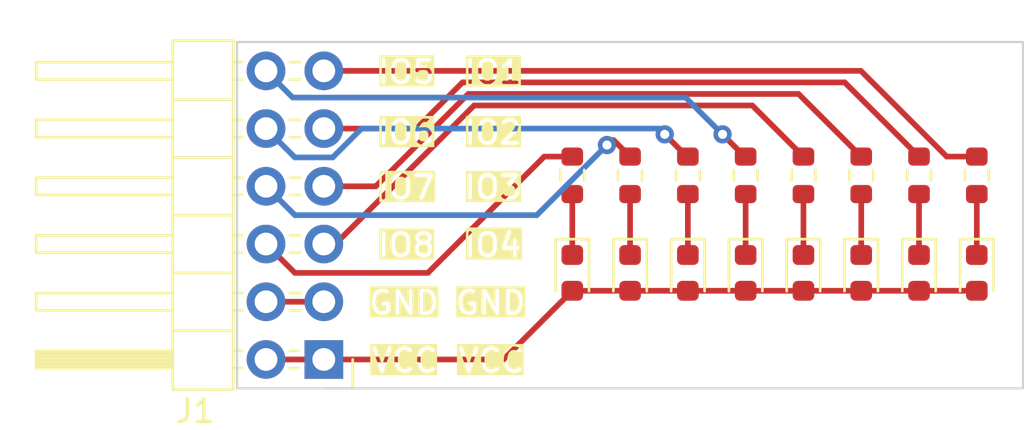
<source format=kicad_pcb>
(kicad_pcb (version 20221018) (generator pcbnew)
  (layers (0 "F.Cu" signal) (31 "B.Cu" signal) (34 "B.Paste" user) (35 "F.Paste" user) (36 "B.SilkS" user "B.Silkscreen") (37 "F.SilkS" user "F.Silkscreen") (38 "B.Mask" user) (39 "F.Mask" user) (44 "Edge.Cuts" user))
  (net 0 "")
  (net 1 "Net-(D1-K)")
  (net 2 "VCC")
  (net 3 "Net-(D2-K)")
  (net 4 "Net-(D3-K)")
  (net 5 "Net-(D4-K)")
  (net 6 "Net-(D5-K)")
  (net 7 "Net-(D6-K)")
  (net 8 "Net-(D7-K)")
  (net 9 "Net-(D8-K)")
  (net 10 "/pmod_io/IO5")
  (net 11 "/pmod_io/IO6")
  (net 12 "/pmod_io/IO7")
  (net 13 "/pmod_io/IO8")
  (net 14 "GND")
  (net 15 "/pmod_io/IO4")
  (net 16 "/pmod_io/IO3")
  (net 17 "/pmod_io/IO2")
  (net 18 "/pmod_io/IO1")
  (footprint "Resistor_SMD:R_0603_1608Metric" (layer "F.Cu") (at 113.792 89.6875 -90)
    (fp_text reference "R2" hide)
    (fp_text value "470R" hide)
    (fp_line (start -0.237258 -0.5225) (end 0.237258 -0.5225) (stroke (width 0.12)) (layer "F.SilkS"))
    (fp_line (start -0.237258 0.5225) (end 0.237258 0.5225) (stroke (width 0.12)) (layer "F.SilkS"))
    (pad "1" smd roundrect (at -0.825 0 270) (size 0.8 0.95) (layers "F.Cu" "F.Paste" "F.Mask") (net 17 "/pmod_io/IO2"))
    (pad "2" smd roundrect (at 0.825 0 270) (size 0.8 0.95) (layers "F.Cu" "F.Paste" "F.Mask") (net 3 "Net-(D2-K)"))
  )
  (footprint "Connector_PinHeader_2.54mm:PinHeader_2x06_P2.54mm_Horizontal" (layer "F.Cu") (at 87.63 97.79 180)
    (fp_text reference "J1" (at 5.655 -2.27) (layer "F.SilkS"))
    (fp_text value "Conn_02x06_Odd_Even")
    (fp_line (start -1.27 -1.27) (end 0 -1.27) (stroke (width 0.12)) (layer "F.SilkS"))
    (fp_line (start -1.27 0) (end -1.27 -1.27) (stroke (width 0.12)) (layer "F.SilkS"))
    (fp_line (start 1.042929 2.16) (end 1.497071 2.16) (stroke (width 0.12)) (layer "F.SilkS"))
    (fp_line (start 1.042929 2.92) (end 1.497071 2.92) (stroke (width 0.12)) (layer "F.SilkS"))
    (fp_line (start 1.042929 4.7) (end 1.497071 4.7) (stroke (width 0.12)) (layer "F.SilkS"))
    (fp_line (start 1.042929 5.46) (end 1.497071 5.46) (stroke (width 0.12)) (layer "F.SilkS"))
    (fp_line (start 1.042929 7.24) (end 1.497071 7.24) (stroke (width 0.12)) (layer "F.SilkS"))
    (fp_line (start 1.042929 8) (end 1.497071 8) (stroke (width 0.12)) (layer "F.SilkS"))
    (fp_line (start 1.042929 9.78) (end 1.497071 9.78) (stroke (width 0.12)) (layer "F.SilkS"))
    (fp_line (start 1.042929 10.54) (end 1.497071 10.54) (stroke (width 0.12)) (layer "F.SilkS"))
    (fp_line (start 1.042929 12.32) (end 1.497071 12.32) (stroke (width 0.12)) (layer "F.SilkS"))
    (fp_line (start 1.042929 13.08) (end 1.497071 13.08) (stroke (width 0.12)) (layer "F.SilkS"))
    (fp_line (start 1.11 -0.38) (end 1.497071 -0.38) (stroke (width 0.12)) (layer "F.SilkS"))
    (fp_line (start 1.11 0.38) (end 1.497071 0.38) (stroke (width 0.12)) (layer "F.SilkS"))
    (fp_line (start 3.582929 -0.38) (end 3.98 -0.38) (stroke (width 0.12)) (layer "F.SilkS"))
    (fp_line (start 3.582929 0.38) (end 3.98 0.38) (stroke (width 0.12)) (layer "F.SilkS"))
    (fp_line (start 3.582929 2.16) (end 3.98 2.16) (stroke (width 0.12)) (layer "F.SilkS"))
    (fp_line (start 3.582929 2.92) (end 3.98 2.92) (stroke (width 0.12)) (layer "F.SilkS"))
    (fp_line (start 3.582929 4.7) (end 3.98 4.7) (stroke (width 0.12)) (layer "F.SilkS"))
    (fp_line (start 3.582929 5.46) (end 3.98 5.46) (stroke (width 0.12)) (layer "F.SilkS"))
    (fp_line (start 3.582929 7.24) (end 3.98 7.24) (stroke (width 0.12)) (layer "F.SilkS"))
    (fp_line (start 3.582929 8) (end 3.98 8) (stroke (width 0.12)) (layer "F.SilkS"))
    (fp_line (start 3.582929 9.78) (end 3.98 9.78) (stroke (width 0.12)) (layer "F.SilkS"))
    (fp_line (start 3.582929 10.54) (end 3.98 10.54) (stroke (width 0.12)) (layer "F.SilkS"))
    (fp_line (start 3.582929 12.32) (end 3.98 12.32) (stroke (width 0.12)) (layer "F.SilkS"))
    (fp_line (start 3.582929 13.08) (end 3.98 13.08) (stroke (width 0.12)) (layer "F.SilkS"))
    (fp_line (start 3.98 -1.33) (end 3.98 14.03) (stroke (width 0.12)) (layer "F.SilkS"))
    (fp_line (start 3.98 1.27) (end 6.64 1.27) (stroke (width 0.12)) (layer "F.SilkS"))
    (fp_line (start 3.98 3.81) (end 6.64 3.81) (stroke (width 0.12)) (layer "F.SilkS"))
    (fp_line (start 3.98 6.35) (end 6.64 6.35) (stroke (width 0.12)) (layer "F.SilkS"))
    (fp_line (start 3.98 8.89) (end 6.64 8.89) (stroke (width 0.12)) (layer "F.SilkS"))
    (fp_line (start 3.98 11.43) (end 6.64 11.43) (stroke (width 0.12)) (layer "F.SilkS"))
    (fp_line (start 3.98 14.03) (end 6.64 14.03) (stroke (width 0.12)) (layer "F.SilkS"))
    (fp_line (start 6.64 -1.33) (end 3.98 -1.33) (stroke (width 0.12)) (layer "F.SilkS"))
    (fp_line (start 6.64 -0.38) (end 12.64 -0.38) (stroke (width 0.12)) (layer "F.SilkS"))
    (fp_line (start 6.64 -0.32) (end 12.64 -0.32) (stroke (width 0.12)) (layer "F.SilkS"))
    (fp_line (start 6.64 -0.2) (end 12.64 -0.2) (stroke (width 0.12)) (layer "F.SilkS"))
    (fp_line (start 6.64 -0.08) (end 12.64 -0.08) (stroke (width 0.12)) (layer "F.SilkS"))
    (fp_line (start 6.64 0.04) (end 12.64 0.04) (stroke (width 0.12)) (layer "F.SilkS"))
    (fp_line (start 6.64 0.16) (end 12.64 0.16) (stroke (width 0.12)) (layer "F.SilkS"))
    (fp_line (start 6.64 0.28) (end 12.64 0.28) (stroke (width 0.12)) (layer "F.SilkS"))
    (fp_line (start 6.64 2.16) (end 12.64 2.16) (stroke (width 0.12)) (layer "F.SilkS"))
    (fp_line (start 6.64 4.7) (end 12.64 4.7) (stroke (width 0.12)) (layer "F.SilkS"))
    (fp_line (start 6.64 7.24) (end 12.64 7.24) (stroke (width 0.12)) (layer "F.SilkS"))
    (fp_line (start 6.64 9.78) (end 12.64 9.78) (stroke (width 0.12)) (layer "F.SilkS"))
    (fp_line (start 6.64 12.32) (end 12.64 12.32) (stroke (width 0.12)) (layer "F.SilkS"))
    (fp_line (start 6.64 14.03) (end 6.64 -1.33) (stroke (width 0.12)) (layer "F.SilkS"))
    (fp_line (start 12.64 -0.38) (end 12.64 0.38) (stroke (width 0.12)) (layer "F.SilkS"))
    (fp_line (start 12.64 0.38) (end 6.64 0.38) (stroke (width 0.12)) (layer "F.SilkS"))
    (fp_line (start 12.64 2.16) (end 12.64 2.92) (stroke (width 0.12)) (layer "F.SilkS"))
    (fp_line (start 12.64 2.92) (end 6.64 2.92) (stroke (width 0.12)) (layer "F.SilkS"))
    (fp_line (start 12.64 4.7) (end 12.64 5.46) (stroke (width 0.12)) (layer "F.SilkS"))
    (fp_line (start 12.64 5.46) (end 6.64 5.46) (stroke (width 0.12)) (layer "F.SilkS"))
    (fp_line (start 12.64 7.24) (end 12.64 8) (stroke (width 0.12)) (layer "F.SilkS"))
    (fp_line (start 12.64 8) (end 6.64 8) (stroke (width 0.12)) (layer "F.SilkS"))
    (fp_line (start 12.64 9.78) (end 12.64 10.54) (stroke (width 0.12)) (layer "F.SilkS"))
    (fp_line (start 12.64 10.54) (end 6.64 10.54) (stroke (width 0.12)) (layer "F.SilkS"))
    (fp_line (start 12.64 12.32) (end 12.64 13.08) (stroke (width 0.12)) (layer "F.SilkS"))
    (fp_line (start 12.64 13.08) (end 6.64 13.08) (stroke (width 0.12)) (layer "F.SilkS"))
    (pad "1" thru_hole rect (at 0 0 180) (size 1.7 1.7) (drill 1) (layers "*.Cu" "*.Mask") (net 2 "VCC"))
    (pad "2" thru_hole oval (at 2.54 0 180) (size 1.7 1.7) (drill 1) (layers "*.Cu" "*.Mask") (net 2 "VCC"))
    (pad "3" thru_hole oval (at 0 2.54 180) (size 1.7 1.7) (drill 1) (layers "*.Cu" "*.Mask") (net 14 "GND"))
    (pad "4" thru_hole oval (at 2.54 2.54 180) (size 1.7 1.7) (drill 1) (layers "*.Cu" "*.Mask") (net 14 "GND"))
    (pad "5" thru_hole oval (at 0 5.08 180) (size 1.7 1.7) (drill 1) (layers "*.Cu" "*.Mask") (net 15 "/pmod_io/IO4"))
    (pad "6" thru_hole oval (at 2.54 5.08 180) (size 1.7 1.7) (drill 1) (layers "*.Cu" "*.Mask") (net 13 "/pmod_io/IO8"))
    (pad "7" thru_hole oval (at 0 7.62 180) (size 1.7 1.7) (drill 1) (layers "*.Cu" "*.Mask") (net 16 "/pmod_io/IO3"))
    (pad "8" thru_hole oval (at 2.54 7.62 180) (size 1.7 1.7) (drill 1) (layers "*.Cu" "*.Mask") (net 12 "/pmod_io/IO7"))
    (pad "9" thru_hole oval (at 0 10.16 180) (size 1.7 1.7) (drill 1) (layers "*.Cu" "*.Mask") (net 17 "/pmod_io/IO2"))
    (pad "10" thru_hole oval (at 2.54 10.16 180) (size 1.7 1.7) (drill 1) (layers "*.Cu" "*.Mask") (net 11 "/pmod_io/IO6"))
    (pad "11" thru_hole oval (at 0 12.7 180) (size 1.7 1.7) (drill 1) (layers "*.Cu" "*.Mask") (net 18 "/pmod_io/IO1"))
    (pad "12" thru_hole oval (at 2.54 12.7 180) (size 1.7 1.7) (drill 1) (layers "*.Cu" "*.Mask") (net 10 "/pmod_io/IO5"))
  )
  (footprint "LED_SMD:LED_0603_1608Metric" (layer "F.Cu") (at 111.252 93.98 -90)
    (fp_text reference "D3" hide)
    (fp_text value "LED_Small_Filled" hide)
    (fp_line (start -1.485 -0.735) (end -1.485 0.735) (stroke (width 0.12)) (layer "F.SilkS"))
    (fp_line (start -1.485 0.735) (end 0.8 0.735) (stroke (width 0.12)) (layer "F.SilkS"))
    (fp_line (start 0.8 -0.735) (end -1.485 -0.735) (stroke (width 0.12)) (layer "F.SilkS"))
    (pad "1" smd roundrect (at -0.7875 0 270) (size 0.875 0.95) (layers "F.Cu" "F.Paste" "F.Mask") (net 4 "Net-(D3-K)"))
    (pad "2" smd roundrect (at 0.7875 0 270) (size 0.875 0.95) (layers "F.Cu" "F.Paste" "F.Mask") (net 2 "VCC"))
  )
  (footprint "LED_SMD:LED_0603_1608Metric" (layer "F.Cu") (at 101.092 93.98 -90)
    (fp_text reference "D7" hide)
    (fp_text value "LED_Small_Filled" hide)
    (fp_line (start -1.485 -0.735) (end -1.485 0.735) (stroke (width 0.12)) (layer "F.SilkS"))
    (fp_line (start -1.485 0.735) (end 0.8 0.735) (stroke (width 0.12)) (layer "F.SilkS"))
    (fp_line (start 0.8 -0.735) (end -1.485 -0.735) (stroke (width 0.12)) (layer "F.SilkS"))
    (pad "1" smd roundrect (at -0.7875 0 270) (size 0.875 0.95) (layers "F.Cu" "F.Paste" "F.Mask") (net 8 "Net-(D7-K)"))
    (pad "2" smd roundrect (at 0.7875 0 270) (size 0.875 0.95) (layers "F.Cu" "F.Paste" "F.Mask") (net 2 "VCC"))
  )
  (footprint "Resistor_SMD:R_0603_1608Metric" (layer "F.Cu") (at 101.092 89.6875 -90)
    (fp_text reference "R7" hide)
    (fp_text value "470R" hide)
    (fp_line (start -0.237258 -0.5225) (end 0.237258 -0.5225) (stroke (width 0.12)) (layer "F.SilkS"))
    (fp_line (start -0.237258 0.5225) (end 0.237258 0.5225) (stroke (width 0.12)) (layer "F.SilkS"))
    (pad "1" smd roundrect (at -0.825 0 270) (size 0.8 0.95) (layers "F.Cu" "F.Paste" "F.Mask") (net 12 "/pmod_io/IO7"))
    (pad "2" smd roundrect (at 0.825 0 270) (size 0.8 0.95) (layers "F.Cu" "F.Paste" "F.Mask") (net 8 "Net-(D7-K)"))
  )
  (footprint "Resistor_SMD:R_0603_1608Metric" (layer "F.Cu") (at 106.172 89.6875 -90)
    (fp_text reference "R5" hide)
    (fp_text value "470R" hide)
    (fp_line (start -0.237258 -0.5225) (end 0.237258 -0.5225) (stroke (width 0.12)) (layer "F.SilkS"))
    (fp_line (start -0.237258 0.5225) (end 0.237258 0.5225) (stroke (width 0.12)) (layer "F.SilkS"))
    (pad "1" smd roundrect (at -0.825 0 270) (size 0.8 0.95) (layers "F.Cu" "F.Paste" "F.Mask") (net 10 "/pmod_io/IO5"))
    (pad "2" smd roundrect (at 0.825 0 270) (size 0.8 0.95) (layers "F.Cu" "F.Paste" "F.Mask") (net 6 "Net-(D5-K)"))
  )
  (footprint "Resistor_SMD:R_0603_1608Metric" (layer "F.Cu") (at 116.332 89.6875 -90)
    (fp_text reference "R1" hide)
    (fp_text value "470R" hide)
    (fp_line (start -0.237258 -0.5225) (end 0.237258 -0.5225) (stroke (width 0.12)) (layer "F.SilkS"))
    (fp_line (start -0.237258 0.5225) (end 0.237258 0.5225) (stroke (width 0.12)) (layer "F.SilkS"))
    (pad "1" smd roundrect (at -0.825 0 270) (size 0.8 0.95) (layers "F.Cu" "F.Paste" "F.Mask") (net 18 "/pmod_io/IO1"))
    (pad "2" smd roundrect (at 0.825 0 270) (size 0.8 0.95) (layers "F.Cu" "F.Paste" "F.Mask") (net 1 "Net-(D1-K)"))
  )
  (footprint "LED_SMD:LED_0603_1608Metric" (layer "F.Cu") (at 106.172 93.98 -90)
    (fp_text reference "D5" hide)
    (fp_text value "LED_Small_Filled" hide)
    (fp_line (start -1.485 -0.735) (end -1.485 0.735) (stroke (width 0.12)) (layer "F.SilkS"))
    (fp_line (start -1.485 0.735) (end 0.8 0.735) (stroke (width 0.12)) (layer "F.SilkS"))
    (fp_line (start 0.8 -0.735) (end -1.485 -0.735) (stroke (width 0.12)) (layer "F.SilkS"))
    (pad "1" smd roundrect (at -0.7875 0 270) (size 0.875 0.95) (layers "F.Cu" "F.Paste" "F.Mask") (net 6 "Net-(D5-K)"))
    (pad "2" smd roundrect (at 0.7875 0 270) (size 0.875 0.95) (layers "F.Cu" "F.Paste" "F.Mask") (net 2 "VCC"))
  )
  (footprint "LED_SMD:LED_0603_1608Metric" (layer "F.Cu") (at 116.332 93.98 -90)
    (fp_text reference "D1" hide)
    (fp_text value "LED_Small_Filled" hide)
    (fp_line (start -1.485 -0.735) (end -1.485 0.735) (stroke (width 0.12)) (layer "F.SilkS"))
    (fp_line (start -1.485 0.735) (end 0.8 0.735) (stroke (width 0.12)) (layer "F.SilkS"))
    (fp_line (start 0.8 -0.735) (end -1.485 -0.735) (stroke (width 0.12)) (layer "F.SilkS"))
    (pad "1" smd roundrect (at -0.7875 0 270) (size 0.875 0.95) (layers "F.Cu" "F.Paste" "F.Mask") (net 1 "Net-(D1-K)"))
    (pad "2" smd roundrect (at 0.7875 0 270) (size 0.875 0.95) (layers "F.Cu" "F.Paste" "F.Mask") (net 2 "VCC"))
  )
  (footprint "Resistor_SMD:R_0603_1608Metric" (layer "F.Cu") (at 111.252 89.6875 -90)
    (fp_text reference "R3" hide)
    (fp_text value "470R" hide)
    (fp_line (start -0.237258 -0.5225) (end 0.237258 -0.5225) (stroke (width 0.12)) (layer "F.SilkS"))
    (fp_line (start -0.237258 0.5225) (end 0.237258 0.5225) (stroke (width 0.12)) (layer "F.SilkS"))
    (pad "1" smd roundrect (at -0.825 0 270) (size 0.8 0.95) (layers "F.Cu" "F.Paste" "F.Mask") (net 16 "/pmod_io/IO3"))
    (pad "2" smd roundrect (at 0.825 0 270) (size 0.8 0.95) (layers "F.Cu" "F.Paste" "F.Mask") (net 4 "Net-(D3-K)"))
  )
  (footprint "LED_SMD:LED_0603_1608Metric" (layer "F.Cu") (at 108.712 93.98 -90)
    (fp_text reference "D4" hide)
    (fp_text value "LED_Small_Filled" hide)
    (fp_line (start -1.485 -0.735) (end -1.485 0.735) (stroke (width 0.12)) (layer "F.SilkS"))
    (fp_line (start -1.485 0.735) (end 0.8 0.735) (stroke (width 0.12)) (layer "F.SilkS"))
    (fp_line (start 0.8 -0.735) (end -1.485 -0.735) (stroke (width 0.12)) (layer "F.SilkS"))
    (pad "1" smd roundrect (at -0.7875 0 270) (size 0.875 0.95) (layers "F.Cu" "F.Paste" "F.Mask") (net 5 "Net-(D4-K)"))
    (pad "2" smd roundrect (at 0.7875 0 270) (size 0.875 0.95) (layers "F.Cu" "F.Paste" "F.Mask") (net 2 "VCC"))
  )
  (footprint "LED_SMD:LED_0603_1608Metric" (layer "F.Cu") (at 103.632 93.98 -90)
    (fp_text reference "D6" hide)
    (fp_text value "LED_Small_Filled" hide)
    (fp_line (start -1.485 -0.735) (end -1.485 0.735) (stroke (width 0.12)) (layer "F.SilkS"))
    (fp_line (start -1.485 0.735) (end 0.8 0.735) (stroke (width 0.12)) (layer "F.SilkS"))
    (fp_line (start 0.8 -0.735) (end -1.485 -0.735) (stroke (width 0.12)) (layer "F.SilkS"))
    (pad "1" smd roundrect (at -0.7875 0 270) (size 0.875 0.95) (layers "F.Cu" "F.Paste" "F.Mask") (net 7 "Net-(D6-K)"))
    (pad "2" smd roundrect (at 0.7875 0 270) (size 0.875 0.95) (layers "F.Cu" "F.Paste" "F.Mask") (net 2 "VCC"))
  )
  (footprint "Resistor_SMD:R_0603_1608Metric" (layer "F.Cu") (at 98.552 89.6875 -90)
    (fp_text reference "R8" hide)
    (fp_text value "470R" hide)
    (fp_line (start -0.237258 -0.5225) (end 0.237258 -0.5225) (stroke (width 0.12)) (layer "F.SilkS"))
    (fp_line (start -0.237258 0.5225) (end 0.237258 0.5225) (stroke (width 0.12)) (layer "F.SilkS"))
    (pad "1" smd roundrect (at -0.825 0 270) (size 0.8 0.95) (layers "F.Cu" "F.Paste" "F.Mask") (net 13 "/pmod_io/IO8"))
    (pad "2" smd roundrect (at 0.825 0 270) (size 0.8 0.95) (layers "F.Cu" "F.Paste" "F.Mask") (net 9 "Net-(D8-K)"))
  )
  (footprint "LED_SMD:LED_0603_1608Metric" (layer "F.Cu") (at 113.792 93.98 -90)
    (fp_text reference "D2" hide)
    (fp_text value "LED_Small_Filled" hide)
    (fp_line (start -1.485 -0.735) (end -1.485 0.735) (stroke (width 0.12)) (layer "F.SilkS"))
    (fp_line (start -1.485 0.735) (end 0.8 0.735) (stroke (width 0.12)) (layer "F.SilkS"))
    (fp_line (start 0.8 -0.735) (end -1.485 -0.735) (stroke (width 0.12)) (layer "F.SilkS"))
    (pad "1" smd roundrect (at -0.7875 0 270) (size 0.875 0.95) (layers "F.Cu" "F.Paste" "F.Mask") (net 3 "Net-(D2-K)"))
    (pad "2" smd roundrect (at 0.7875 0 270) (size 0.875 0.95) (layers "F.Cu" "F.Paste" "F.Mask") (net 2 "VCC"))
  )
  (footprint "Resistor_SMD:R_0603_1608Metric" (layer "F.Cu") (at 108.712 89.6875 -90)
    (fp_text reference "R4" hide)
    (fp_text value "470R" hide)
    (fp_line (start -0.237258 -0.5225) (end 0.237258 -0.5225) (stroke (width 0.12)) (layer "F.SilkS"))
    (fp_line (start -0.237258 0.5225) (end 0.237258 0.5225) (stroke (width 0.12)) (layer "F.SilkS"))
    (pad "1" smd roundrect (at -0.825 0 270) (size 0.8 0.95) (layers "F.Cu" "F.Paste" "F.Mask") (net 15 "/pmod_io/IO4"))
    (pad "2" smd roundrect (at 0.825 0 270) (size 0.8 0.95) (layers "F.Cu" "F.Paste" "F.Mask") (net 5 "Net-(D4-K)"))
  )
  (footprint "LED_SMD:LED_0603_1608Metric" (layer "F.Cu") (at 98.552 93.98 -90)
    (fp_text reference "D8" hide)
    (fp_text value "LED_Small_Filled" hide)
    (fp_line (start -1.485 -0.735) (end -1.485 0.735) (stroke (width 0.12)) (layer "F.SilkS"))
    (fp_line (start -1.485 0.735) (end 0.8 0.735) (stroke (width 0.12)) (layer "F.SilkS"))
    (fp_line (start 0.8 -0.735) (end -1.485 -0.735) (stroke (width 0.12)) (layer "F.SilkS"))
    (pad "1" smd roundrect (at -0.7875 0 270) (size 0.875 0.95) (layers "F.Cu" "F.Paste" "F.Mask") (net 9 "Net-(D8-K)"))
    (pad "2" smd roundrect (at 0.7875 0 270) (size 0.875 0.95) (layers "F.Cu" "F.Paste" "F.Mask") (net 2 "VCC"))
  )
  (footprint "Resistor_SMD:R_0603_1608Metric" (layer "F.Cu") (at 103.632 89.6875 -90)
    (fp_text reference "R6" hide)
    (fp_text value "470R" hide)
    (fp_line (start -0.237258 -0.5225) (end 0.237258 -0.5225) (stroke (width 0.12)) (layer "F.SilkS"))
    (fp_line (start -0.237258 0.5225) (end 0.237258 0.5225) (stroke (width 0.12)) (layer "F.SilkS"))
    (pad "1" smd roundrect (at -0.825 0 270) (size 0.8 0.95) (layers "F.Cu" "F.Paste" "F.Mask") (net 11 "/pmod_io/IO6"))
    (pad "2" smd roundrect (at 0.825 0 270) (size 0.8 0.95) (layers "F.Cu" "F.Paste" "F.Mask") (net 7 "Net-(D6-K)"))
  )
  (gr_rect (start 83.82 83.82) (end 118.364 99.06) (stroke (width 0.1)) (fill none) (layer "Edge.Cuts"))
  (gr_text "IO2" (at 93.726 88.392) (layer "F.SilkS" knockout) (effects (font (size 1 1)) (justify left bottom)))
  (gr_text "GND" (at 89.535 95.885) (layer "F.SilkS" knockout) (effects (font (size 1 1)) (justify left bottom)))
  (gr_text "VCC" (at 89.662 98.425) (layer "F.SilkS" knockout) (effects (font (size 1 1)) (justify left bottom)))
  (gr_text "IO7" (at 89.916 90.805) (layer "F.SilkS" knockout) (effects (font (size 1 1)) (justify left bottom)))
  (gr_text "GND" (at 93.345 95.885) (layer "F.SilkS" knockout) (effects (font (size 1 1)) (justify left bottom)))
  (gr_text "VCC" (at 93.472 98.425) (layer "F.SilkS" knockout) (effects (font (size 1 1)) (justify left bottom)))
  (gr_text "IO4" (at 93.726 93.345) (layer "F.SilkS" knockout) (effects (font (size 1 1)) (justify left bottom)))
  (gr_text "IO5" (at 89.916 85.725) (layer "F.SilkS" knockout) (effects (font (size 1 1)) (justify left bottom)))
  (gr_text "IO3" (at 93.726 90.805) (layer "F.SilkS" knockout) (effects (font (size 1 1)) (justify left bottom)))
  (gr_text "IO1" (at 93.726 85.725) (layer "F.SilkS" knockout) (effects (font (size 1 1)) (justify left bottom)))
  (gr_text "IO6" (at 89.916 88.392) (layer "F.SilkS" knockout) (effects (font (size 1 1)) (justify left bottom)))
  (gr_text "IO8" (at 89.916 93.345) (layer "F.SilkS" knockout) (effects (font (size 1 1)) (justify left bottom)))
  (segment (start 116.332 90.5125) (end 116.332 93.1925) (width 0.25) (layer "F.Cu") (net 1))
  (segment (start 87.63 97.79) (end 85.09 97.79) (width 0.25) (layer "F.Cu") (net 2))
  (segment (start 98.552 94.7675) (end 95.5295 97.79) (width 0.25) (layer "F.Cu") (net 2))
  (segment (start 95.5295 97.79) (end 87.63 97.79) (width 0.25) (layer "F.Cu") (net 2))
  (segment (start 116.332 94.7675) (end 98.552 94.7675) (width 0.25) (layer "F.Cu") (net 2))
  (segment (start 113.792 90.5125) (end 113.792 93.1925) (width 0.25) (layer "F.Cu") (net 3))
  (segment (start 111.252 90.5125) (end 111.252 93.1925) (width 0.25) (layer "F.Cu") (net 4))
  (segment (start 108.712 90.5125) (end 108.712 93.1925) (width 0.25) (layer "F.Cu") (net 5))
  (segment (start 106.172 90.5125) (end 106.172 93.1925) (width 0.25) (layer "F.Cu") (net 6))
  (segment (start 103.632 90.5125) (end 103.632 93.1925) (width 0.25) (layer "F.Cu") (net 7))
  (segment (start 101.092 90.5125) (end 101.092 93.1925) (width 0.25) (layer "F.Cu") (net 8))
  (segment (start 98.552 90.5125) (end 98.552 93.1925) (width 0.25) (layer "F.Cu") (net 9))
  (segment (start 106.1345 88.8625) (end 105.156 87.884) (width 0.25) (layer "F.Cu") (net 10))
  (segment (start 106.172 88.8625) (end 106.1345 88.8625) (width 0.25) (layer "F.Cu") (net 10))
  (via (at 105.156 87.884) (size 0.8) (drill 0.4) (layers "F.Cu" "B.Cu") (net 10))
  (segment (start 86.265 86.265) (end 85.09 85.09) (width 0.25) (layer "B.Cu") (net 10))
  (segment (start 103.537 86.265) (end 86.265 86.265) (width 0.25) (layer "B.Cu") (net 10))
  (segment (start 105.156 87.884) (end 103.537 86.265) (width 0.25) (layer "B.Cu") (net 10))
  (segment (start 103.5945 88.8625) (end 102.616 87.884) (width 0.25) (layer "F.Cu") (net 11))
  (segment (start 103.632 88.8625) (end 103.5945 88.8625) (width 0.25) (layer "F.Cu") (net 11))
  (via (at 102.616 87.884) (size 0.8) (drill 0.4) (layers "F.Cu" "B.Cu") (net 11))
  (segment (start 89.291701 87.63) (end 88.021701 88.9) (width 0.25) (layer "B.Cu") (net 11))
  (segment (start 86.36 88.9) (end 85.09 87.63) (width 0.25) (layer "B.Cu") (net 11))
  (segment (start 102.616 87.884) (end 102.362 87.63) (width 0.25) (layer "B.Cu") (net 11))
  (segment (start 88.021701 88.9) (end 86.36 88.9) (width 0.25) (layer "B.Cu") (net 11))
  (segment (start 102.362 87.63) (end 89.291701 87.63) (width 0.25) (layer "B.Cu") (net 11))
  (segment (start 100.367 88.1375) (end 100.293 88.1375) (width 0.25) (layer "F.Cu") (net 12))
  (segment (start 100.293 88.1375) (end 100.076 88.3545) (width 0.25) (layer "F.Cu") (net 12))
  (segment (start 101.092 88.8625) (end 100.367 88.1375) (width 0.25) (layer "F.Cu") (net 12))
  (via (at 100.076 88.3545) (size 0.8) (drill 0.4) (layers "F.Cu" "B.Cu") (net 12))
  (segment (start 96.9905 91.44) (end 100.076 88.3545) (width 0.25) (layer "B.Cu") (net 12))
  (segment (start 86.36 91.44) (end 96.9905 91.44) (width 0.25) (layer "B.Cu") (net 12))
  (segment (start 85.09 90.17) (end 86.36 91.44) (width 0.25) (layer "B.Cu") (net 12))
  (segment (start 98.552 88.8625) (end 97.3195 88.8625) (width 0.25) (layer "F.Cu") (net 13))
  (segment (start 92.202 93.98) (end 86.36 93.98) (width 0.25) (layer "F.Cu") (net 13))
  (segment (start 86.36 93.98) (end 85.09 92.71) (width 0.25) (layer "F.Cu") (net 13))
  (segment (start 97.3195 88.8625) (end 92.202 93.98) (width 0.25) (layer "F.Cu") (net 13))
  (segment (start 85.09 95.25) (end 87.63 95.25) (width 0.25) (layer "F.Cu") (net 14))
  (segment (start 88.138 92.71) (end 94.234 86.614) (width 0.25) (layer "F.Cu") (net 15))
  (segment (start 87.63 92.71) (end 88.138 92.71) (width 0.25) (layer "F.Cu") (net 15))
  (segment (start 106.4635 86.614) (end 108.712 88.8625) (width 0.25) (layer "F.Cu") (net 15))
  (segment (start 94.234 86.614) (end 106.4635 86.614) (width 0.25) (layer "F.Cu") (net 15))
  (segment (start 89.916 90.17) (end 93.98 86.106) (width 0.25) (layer "F.Cu") (net 16))
  (segment (start 108.4955 86.106) (end 111.252 88.8625) (width 0.25) (layer "F.Cu") (net 16))
  (segment (start 93.98 86.106) (end 108.4955 86.106) (width 0.25) (layer "F.Cu") (net 16))
  (segment (start 87.63 90.17) (end 89.916 90.17) (width 0.25) (layer "F.Cu") (net 16))
  (segment (start 93.726 85.598) (end 110.5275 85.598) (width 0.25) (layer "F.Cu") (net 17))
  (segment (start 87.63 87.63) (end 91.694 87.63) (width 0.25) (layer "F.Cu") (net 17))
  (segment (start 91.694 87.63) (end 93.726 85.598) (width 0.25) (layer "F.Cu") (net 17))
  (segment (start 110.5275 85.598) (end 113.792 88.8625) (width 0.25) (layer "F.Cu") (net 17))
  (segment (start 115.009462 88.8625) (end 116.332 88.8625) (width 0.25) (layer "F.Cu") (net 18))
  (segment (start 87.63 85.09) (end 111.236962 85.09) (width 0.25) (layer "F.Cu") (net 18))
  (segment (start 111.236962 85.09) (end 115.009462 88.8625) (width 0.25) (layer "F.Cu") (net 18))
)
</source>
